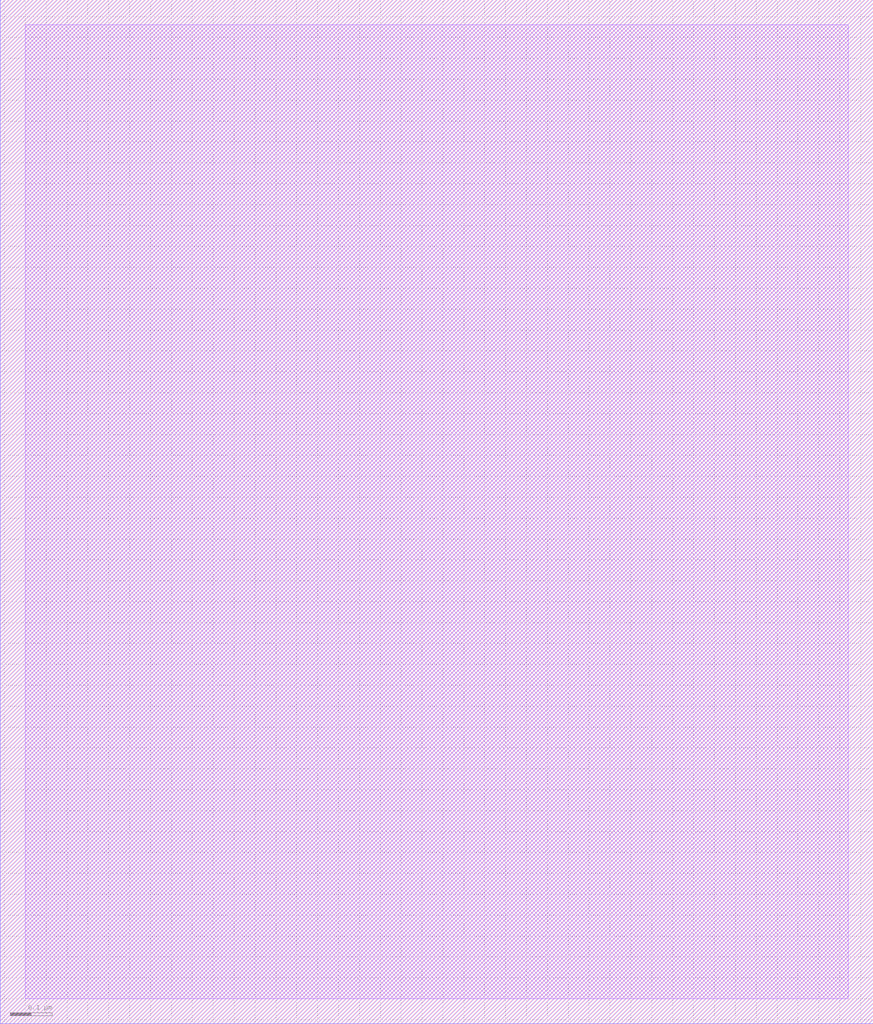
<source format=lef>
# Copyright 2020 The SkyWater PDK Authors
#
# Licensed under the Apache License, Version 2.0 (the "License");
# you may not use this file except in compliance with the License.
# You may obtain a copy of the License at
#
#     https://www.apache.org/licenses/LICENSE-2.0
#
# Unless required by applicable law or agreed to in writing, software
# distributed under the License is distributed on an "AS IS" BASIS,
# WITHOUT WARRANTIES OR CONDITIONS OF ANY KIND, either express or implied.
# See the License for the specific language governing permissions and
# limitations under the License.
#
# SPDX-License-Identifier: Apache-2.0

VERSION 5.7 ;
  NOWIREEXTENSIONATPIN ON ;
  DIVIDERCHAR "/" ;
  BUSBITCHARS "[]" ;
MACRO sky130_fd_pr__res_high_pol1m1_2p85__example1
  CLASS BLOCK ;
  FOREIGN sky130_fd_pr__res_high_pol1m1_2p85__example1 ;
  ORIGIN  0.060000  0.060000 ;
  SIZE  2.090000 BY  2.450000 ;
  OBS
    LAYER li1 ;
      RECT 0.000000 0.000000 1.970000 2.330000 ;
    LAYER met1 ;
      RECT -0.060000 -0.060000 2.030000 2.390000 ;
  END
END sky130_fd_pr__res_high_pol1m1_2p85__example1
END LIBRARY

</source>
